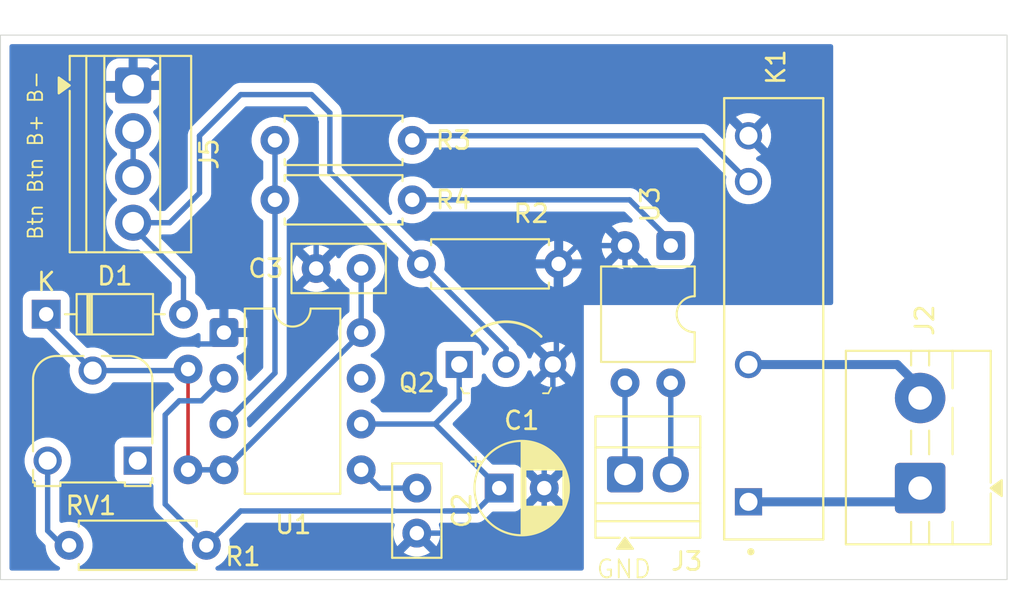
<source format=kicad_pcb>
(kicad_pcb (version 20241229) (generator "pcbnew") (generator_version "9.0")
  (title_block (title "Door bell") (date "2026-02-19") (rev "1.0") (company "Quinot Engineering"))
  (layers (0 "F.Cu" jumper) (2 "B.Cu" signal) (13 "F.Paste" user) (15 "B.Paste" user) (5 "F.SilkS" user "F.Silkscreen") (7 "B.SilkS" user "B.Silkscreen") (1 "F.Mask" user) (3 "B.Mask" user) (25 "Edge.Cuts" user))
  (net 0 "")
  (net 1 "Net-(Q2-E)")
  (net 2 "GND")
  (net 3 "Net-(U1-CV)")
  (net 4 "Net-(D1-K)")
  (net 5 "Net-(D1-A)")
  (net 6 "+9V")
  (net 7 "/~K")
  (net 8 "Net-(K1-Pad3)")
  (net 9 "Net-(R1-Pad1)")
  (net 10 "Net-(U1-Q)")
  (net 11 "Net-(R4-Pad2)")
  (net 14 "Net-(J3-Pin_1)")
  (net 15 "/BELL_L")
  (net 16 "/BELL_N")
  (footprint "TerminalBlock:TerminalBlock_Xinya_XY308-2.54-2P_1x02_P2.54mm_Horizontal" (layer "F.Cu") (at 130.429 95.758)
    (property "Reference" "J3" (at 3.429 4.826 0) (layer "F.SilkS"))
    (property "Value" "Zigbee smart button")
    (fp_line (start -1.64 -3.22) (end -1.64 3.52) (stroke (width 0.12)) (layer "F.SilkS"))
    (fp_line (start -1.64 -3.22) (end 4.18 -3.22) (stroke (width 0.12)) (layer "F.SilkS"))
    (fp_line (start -1.64 -1.5) (end 4.18 -1.5) (stroke (width 0.12)) (layer "F.SilkS"))
    (fp_line (start -1.64 1.6) (end 4.18 1.6) (stroke (width 0.12)) (layer "F.SilkS"))
    (fp_line (start -1.64 2.6) (end 4.18 2.6) (stroke (width 0.12)) (layer "F.SilkS"))
    (fp_line (start -1.64 3.52) (end -0.3 3.52) (stroke (width 0.12)) (layer "F.SilkS"))
    (fp_line (start 0.3 3.52) (end 4.18 3.52) (stroke (width 0.12)) (layer "F.SilkS"))
    (fp_line (start 4.18 -3.22) (end 4.18 3.52) (stroke (width 0.12)) (layer "F.SilkS"))
    (fp_poly (pts (xy 0 3.52) (xy 0.44 4.13) (xy -0.44 4.13)) (stroke (width 0.12)) (fill yes) (layer "F.SilkS"))
    (pad "1" thru_hole roundrect (at 0 0) (size 2 2) (drill 1.2) (layers "*.Cu" "*.Mask") (roundrect_rratio 0.125) (net 14 "Net-(J3-Pin_1)"))
    (pad "2" thru_hole circle (at 2.54 0) (size 2 2) (drill 1.2) (layers "*.Cu" "*.Mask") (net 7 "/~K"))
  )
  (footprint "Resistor_THT:R_Axial_DIN0207_L6.3mm_D2.5mm_P7.62mm_Horizontal" (layer "F.Cu") (at 110.998 80.518)
    (property "Reference" "R4" (at 9.906 0 0) (layer "F.SilkS"))
    (property "Value" "330")
    (fp_line (start 0.54 -1.37) (end 7.08 -1.37) (stroke (width 0.12)) (layer "F.SilkS"))
    (fp_line (start 0.54 -1.04) (end 0.54 -1.37) (stroke (width 0.12)) (layer "F.SilkS"))
    (fp_line (start 0.54 1.04) (end 0.54 1.37) (stroke (width 0.12)) (layer "F.SilkS"))
    (fp_line (start 0.54 1.37) (end 7.08 1.37) (stroke (width 0.12)) (layer "F.SilkS"))
    (fp_line (start 7.08 -1.37) (end 7.08 -1.04) (stroke (width 0.12)) (layer "F.SilkS"))
    (fp_line (start 7.08 1.37) (end 7.08 1.04) (stroke (width 0.12)) (layer "F.SilkS"))
    (pad "1" thru_hole circle (at 0 0) (size 1.6 1.6) (drill 0.8) (layers "*.Cu" "*.Mask") (net 10 "Net-(U1-Q)"))
    (pad "2" thru_hole oval (at 7.62 0) (size 1.6 1.6) (drill 0.8) (layers "*.Cu" "*.Mask") (net 11 "Net-(R4-Pad2)"))
  )
  (footprint "digikey-footprints:TO-92-3_Formed_Leads" (layer "F.Cu") (at 121.225 89.656)
    (property "Reference" "Q2" (at -2.353 1.022 0) (layer "F.SilkS"))
    (property "Value" "PN2907A-AP")
    (fp_line (start 0.25 1.6) (end 0.1 1.3) (stroke (width 0.1)) (layer "F.SilkS"))
    (fp_line (start 0.55 1.6) (end 0.25 1.6) (stroke (width 0.1)) (layer "F.SilkS"))
    (fp_line (start 4.95 1.6) (end 4.65 1.6) (stroke (width 0.1)) (layer "F.SilkS"))
    (fp_line (start 4.95 1.6) (end 5.1 1.3) (stroke (width 0.1)) (layer "F.SilkS"))
    (fp_arc (start 0.7 -1.6) (mid 2.635355 -2.372361) (end 4.55 -1.55) (stroke (width 0.15)) (layer "F.SilkS"))
    (pad "1" thru_hole rect (at 0 0 180) (size 1.5 1.5) (drill 0.9) (layers "*.Cu" "*.Mask") (net 1 "Net-(Q2-E)"))
    (pad "2" thru_hole circle (at 2.6 0 180) (size 1.5 1.5) (drill 0.9) (layers "*.Cu" "*.Mask") (net 5 "Net-(D1-A)"))
    (pad "3" thru_hole circle (at 5.2 0 180) (size 1.5 1.5) (drill 0.9) (layers "*.Cu" "*.Mask") (net 2 "GND"))
  )
  (footprint "Capacitor_THT:C_Disc_D5.0mm_W2.5mm_P2.50mm" (layer "F.Cu") (at 118.872 96.52 -90)
    (property "Reference" "C2" (at 1.25 -2.5 90) (layer "F.SilkS"))
    (property "Value" "10n")
    (fp_line (start -1.37 1.37) (end 3.87 1.37) (stroke (width 0.12)) (layer "F.SilkS"))
    (fp_line (start -1.37 -1.37) (end -1.37 1.37) (stroke (width 0.12)) (layer "F.SilkS"))
    (fp_line (start -1.37 -1.37) (end 3.87 -1.37) (stroke (width 0.12)) (layer "F.SilkS"))
    (fp_line (start 3.87 -1.37) (end 3.87 1.37) (stroke (width 0.12)) (layer "F.SilkS"))
    (pad "1" thru_hole circle (at 0 0 270) (size 1.6 1.6) (drill 0.8) (layers "*.Cu" "*.Mask") (net 3 "Net-(U1-CV)"))
    (pad "2" thru_hole circle (at 2.5 0 270) (size 1.6 1.6) (drill 0.8) (layers "*.Cu" "*.Mask") (net 2 "GND"))
  )
  (footprint "Resistor_THT:R_Axial_DIN0207_L6.3mm_D2.5mm_P7.62mm_Horizontal" (layer "F.Cu") (at 99.568 99.695)
    (property "Reference" "R1" (at 9.652 0.635 0) (layer "F.SilkS"))
    (property "Value" "5k")
    (fp_line (start 0.54 -1.37) (end 7.08 -1.37) (stroke (width 0.12)) (layer "F.SilkS"))
    (fp_line (start 0.54 -1.04) (end 0.54 -1.37) (stroke (width 0.12)) (layer "F.SilkS"))
    (fp_line (start 0.54 1.04) (end 0.54 1.37) (stroke (width 0.12)) (layer "F.SilkS"))
    (fp_line (start 0.54 1.37) (end 7.08 1.37) (stroke (width 0.12)) (layer "F.SilkS"))
    (fp_line (start 7.08 -1.37) (end 7.08 -1.04) (stroke (width 0.12)) (layer "F.SilkS"))
    (fp_line (start 7.08 1.37) (end 7.08 1.04) (stroke (width 0.12)) (layer "F.SilkS"))
    (pad "1" thru_hole circle (at 0 0) (size 1.6 1.6) (drill 0.8) (layers "*.Cu" "*.Mask") (net 9 "Net-(R1-Pad1)"))
    (pad "2" thru_hole oval (at 7.62 0) (size 1.6 1.6) (drill 0.8) (layers "*.Cu" "*.Mask") (net 1 "Net-(Q2-E)"))
  )
  (footprint "Diode_THT:D_DO-35_SOD27_P7.62mm_Horizontal" (layer "F.Cu") (at 98.298 86.868)
    (property "Reference" "D1" (at 3.81 -2.12 0) (layer "F.SilkS"))
    (property "Value" "1N4148")
    (fp_line (start 1.04 0) (end 1.69 0) (stroke (width 0.12)) (layer "F.SilkS"))
    (fp_line (start 1.69 -1.12) (end 1.69 1.12) (stroke (width 0.12)) (layer "F.SilkS"))
    (fp_line (start 1.69 1.12) (end 5.93 1.12) (stroke (width 0.12)) (layer "F.SilkS"))
    (fp_line (start 2.29 -1.12) (end 2.29 1.12) (stroke (width 0.12)) (layer "F.SilkS"))
    (fp_line (start 2.41 -1.12) (end 2.41 1.12) (stroke (width 0.12)) (layer "F.SilkS"))
    (fp_line (start 2.53 -1.12) (end 2.53 1.12) (stroke (width 0.12)) (layer "F.SilkS"))
    (fp_line (start 5.93 -1.12) (end 1.69 -1.12) (stroke (width 0.12)) (layer "F.SilkS"))
    (fp_line (start 5.93 1.12) (end 5.93 -1.12) (stroke (width 0.12)) (layer "F.SilkS"))
    (fp_line (start 6.58 0) (end 5.93 0) (stroke (width 0.12)) (layer "F.SilkS"))
    (fp_text user "K" (at 0 -1.8 0) (layer "F.SilkS"))
    (pad "1" thru_hole rect (at 0 0) (size 1.6 1.6) (drill 0.8) (layers "*.Cu" "*.Mask") (net 4 "Net-(D1-K)"))
    (pad "2" thru_hole oval (at 7.62 0) (size 1.6 1.6) (drill 0.8) (layers "*.Cu" "*.Mask") (net 5 "Net-(D1-A)"))
  )
  (footprint "Capacitor_THT:C_Disc_D5.0mm_W2.5mm_P2.50mm" (layer "F.Cu") (at 113.284 84.328)
    (property "Reference" "C3" (at -2.794 0 0) (layer "F.SilkS"))
    (property "Value" "100n")
    (fp_line (start -1.37 -1.37) (end -1.37 1.37) (stroke (width 0.12)) (layer "F.SilkS"))
    (fp_line (start -1.37 -1.37) (end 3.87 -1.37) (stroke (width 0.12)) (layer "F.SilkS"))
    (fp_line (start -1.37 1.37) (end 3.87 1.37) (stroke (width 0.12)) (layer "F.SilkS"))
    (fp_line (start 3.87 -1.37) (end 3.87 1.37) (stroke (width 0.12)) (layer "F.SilkS"))
    (pad "1" thru_hole circle (at 0 0) (size 1.6 1.6) (drill 0.8) (layers "*.Cu" "*.Mask") (net 2 "GND"))
    (pad "2" thru_hole circle (at 2.5 0) (size 1.6 1.6) (drill 0.8) (layers "*.Cu" "*.Mask") (net 4 "Net-(D1-K)"))
  )
  (footprint "Package_DIP:DIP-8_W7.62mm" (layer "F.Cu") (at 108.164 87.884)
    (property "Reference" "U1" (at 3.85 10.668 0) (layer "F.SilkS"))
    (property "Value" "ICM7555xP")
    (fp_line (start 1.16 -1.33) (end 1.16 8.95) (stroke (width 0.12)) (layer "F.SilkS"))
    (fp_line (start 1.16 8.95) (end 6.46 8.95) (stroke (width 0.12)) (layer "F.SilkS"))
    (fp_line (start 2.81 -1.33) (end 1.16 -1.33) (stroke (width 0.12)) (layer "F.SilkS"))
    (fp_line (start 6.46 -1.33) (end 4.81 -1.33) (stroke (width 0.12)) (layer "F.SilkS"))
    (fp_line (start 6.46 8.95) (end 6.46 -1.33) (stroke (width 0.12)) (layer "F.SilkS"))
    (fp_arc (start 4.81 -1.33) (mid 3.81 -0.33) (end 2.81 -1.33) (stroke (width 0.12)) (layer "F.SilkS"))
    (pad "1" thru_hole roundrect (at 0 0) (size 1.6 1.6) (drill 0.8) (layers "*.Cu" "*.Mask") (roundrect_rratio 0.15625) (net 2 "GND"))
    (pad "2" thru_hole circle (at 0 2.54) (size 1.6 1.6) (drill 0.8) (layers "*.Cu" "*.Mask") (net 1 "Net-(Q2-E)"))
    (pad "3" thru_hole circle (at 0 5.08) (size 1.6 1.6) (drill 0.8) (layers "*.Cu" "*.Mask") (net 10 "Net-(U1-Q)"))
    (pad "4" thru_hole circle (at 0 7.62) (size 1.6 1.6) (drill 0.8) (layers "*.Cu" "*.Mask") (net 4 "Net-(D1-K)"))
    (pad "5" thru_hole circle (at 7.62 7.62) (size 1.6 1.6) (drill 0.8) (layers "*.Cu" "*.Mask") (net 3 "Net-(U1-CV)"))
    (pad "6" thru_hole circle (at 7.62 5.08) (size 1.6 1.6) (drill 0.8) (layers "*.Cu" "*.Mask") (net 1 "Net-(Q2-E)"))
    (pad "7" thru_hole circle (at 7.62 2.54) (size 1.6 1.6) (drill 0.8) (layers "*.Cu" "*.Mask"))
    (pad "8" thru_hole circle (at 7.62 0) (size 1.6 1.6) (drill 0.8) (layers "*.Cu" "*.Mask") (net 4 "Net-(D1-K)"))
  )
  (footprint "TerminalBlock:TerminalBlock_Xinya_XY308-2.54-4P_1x04_P2.54mm_Horizontal" (layer "F.Cu") (at 103.124 74.168 -90)
    (property "Reference" "J5" (at 3.81 -4.22 90) (layer "F.SilkS"))
    (property "Value" "Screw_Terminal_01x04")
    (fp_line (start -1.64 3.52) (end -0.3 3.52) (stroke (width 0.12)) (layer "F.SilkS"))
    (fp_line (start 0.3 3.52) (end 9.26 3.52) (stroke (width 0.12)) (layer "F.SilkS"))
    (fp_line (start -1.64 2.6) (end 9.26 2.6) (stroke (width 0.12)) (layer "F.SilkS"))
    (fp_line (start -1.64 1.6) (end 9.26 1.6) (stroke (width 0.12)) (layer "F.SilkS"))
    (fp_line (start -1.64 -1.5) (end 9.26 -1.5) (stroke (width 0.12)) (layer "F.SilkS"))
    (fp_line (start -1.64 -3.22) (end -1.64 3.52) (stroke (width 0.12)) (layer "F.SilkS"))
    (fp_line (start -1.64 -3.22) (end 9.26 -3.22) (stroke (width 0.12)) (layer "F.SilkS"))
    (fp_line (start 9.26 -3.22) (end 9.26 3.52) (stroke (width 0.12)) (layer "F.SilkS"))
    (fp_poly (pts (xy 0 3.52) (xy 0.44 4.13) (xy -0.44 4.13)) (stroke (width 0.12)) (fill yes) (layer "F.SilkS"))
    (pad "1" thru_hole roundrect (at 0 0 270) (size 2 2) (drill 1.2) (layers "*.Cu" "*.Mask") (roundrect_rratio 0.125) (net 2 "GND"))
    (pad "2" thru_hole circle (at 2.54 0 270) (size 2 2) (drill 1.2) (layers "*.Cu" "*.Mask") (net 6 "+9V"))
    (pad "3" thru_hole circle (at 5.08 0 270) (size 2 2) (drill 1.2) (layers "*.Cu" "*.Mask") (net 6 "+9V"))
    (pad "4" thru_hole circle (at 7.62 0 270) (size 2 2) (drill 1.2) (layers "*.Cu" "*.Mask") (net 5 "Net-(D1-A)"))
  )
  (footprint "Potentiometer_THT:Potentiometer_Runtron_RM-065_Vertical" (layer "F.Cu") (at 103.378 94.996 180)
    (property "Reference" "RV1" (at 2.6 -2.5 0) (layer "F.SilkS"))
    (property "Value" "100k")
    (fp_line (start 5.81 0.52) (end 5.81 4.5) (stroke (width 0.12)) (layer "F.SilkS"))
    (fp_line (start 5.81 -1.21) (end 5.81 -0.52) (stroke (width 0.12)) (layer "F.SilkS"))
    (fp_line (start 5.71 -1.21) (end 5.81 -1.21) (stroke (width 0.12)) (layer "F.SilkS"))
    (fp_line (start 5.71 -1.41) (end 5.71 -1.21) (stroke (width 0.12)) (layer "F.SilkS"))
    (fp_line (start 4.5 5.81) (end 3.01 5.81) (stroke (width 0.12)) (layer "F.SilkS"))
    (fp_line (start 4.29 -1.21) (end 4.29 -1.41) (stroke (width 0.12)) (layer "F.SilkS"))
    (fp_line (start 4.29 -1.41) (end 5.71 -1.41) (stroke (width 0.12)) (layer "F.SilkS"))
    (fp_line (start 1.99 5.81) (end 0.5 5.81) (stroke (width 0.12)) (layer "F.SilkS"))
    (fp_line (start 0.71 -1.21) (end 4.29 -1.21) (stroke (width 0.12)) (layer "F.SilkS"))
    (fp_line (start 0.71 -1.21) (end 0.71 -1.41) (stroke (width 0.12)) (layer "F.SilkS"))
    (fp_line (start -0.71 -1.21) (end -0.81 -1.21) (stroke (width 0.12)) (layer "F.SilkS"))
    (fp_line (start -0.71 -1.41) (end 0.71 -1.41) (stroke (width 0.12)) (layer "F.SilkS"))
    (fp_line (start -0.71 -1.41) (end -0.71 -1.21) (stroke (width 0.12)) (layer "F.SilkS"))
    (fp_line (start -0.81 4.5) (end -0.81 0.96) (stroke (width 0.12)) (layer "F.SilkS"))
    (fp_line (start -0.81 -1.21) (end -0.81 -0.96) (stroke (width 0.12)) (layer "F.SilkS"))
    (fp_arc (start 5.81 4.5) (mid 5.42631 5.42631) (end 4.5 5.81) (stroke (width 0.12)) (layer "F.SilkS"))
    (fp_arc (start 0.5 5.81) (mid -0.42631 5.42631) (end -0.81 4.5) (stroke (width 0.12)) (layer "F.SilkS"))
    (pad "1" thru_hole rect (at 0 0 180) (size 1.56 1.56) (drill 1) (layers "*.Cu" "*.Mask"))
    (pad "2" thru_hole circle (at 2.5 5 180) (size 1.56 1.56) (drill 1) (layers "*.Cu" "*.Mask") (net 4 "Net-(D1-K)"))
    (pad "3" thru_hole circle (at 5 0 180) (size 1.56 1.56) (drill 1) (layers "*.Cu" "*.Mask") (net 9 "Net-(R1-Pad1)"))
  )
  (footprint "Resistor_THT:R_Axial_DIN0207_L6.3mm_D2.5mm_P7.62mm_Horizontal" (layer "F.Cu") (at 119.126 84.074)
    (property "Reference" "R2" (at 6.096 -2.794 0) (layer "F.SilkS"))
    (property "Value" "10k")
    (fp_line (start 0.54 -1.37) (end 7.08 -1.37) (stroke (width 0.12)) (layer "F.SilkS"))
    (fp_line (start 0.54 -1.04) (end 0.54 -1.37) (stroke (width 0.12)) (layer "F.SilkS"))
    (fp_line (start 0.54 1.04) (end 0.54 1.37) (stroke (width 0.12)) (layer "F.SilkS"))
    (fp_line (start 0.54 1.37) (end 7.08 1.37) (stroke (width 0.12)) (layer "F.SilkS"))
    (fp_line (start 7.08 -1.37) (end 7.08 -1.04) (stroke (width 0.12)) (layer "F.SilkS"))
    (fp_line (start 7.08 1.37) (end 7.08 1.04) (stroke (width 0.12)) (layer "F.SilkS"))
    (pad "1" thru_hole circle (at 0 0) (size 1.6 1.6) (drill 0.8) (layers "*.Cu" "*.Mask") (net 5 "Net-(D1-A)"))
    (pad "2" thru_hole oval (at 7.62 0) (size 1.6 1.6) (drill 0.8) (layers "*.Cu" "*.Mask") (net 2 "GND"))
  )
  (footprint "Package_DIP:DIP-4_W7.62mm" (layer "F.Cu") (at 132.969 83.058 -90)
    (property "Reference" "U3" (at -2.286 1.143 90) (layer "F.SilkS"))
    (property "Value" "LTV-817")
    (fp_line (start 1.16 3.87) (end 6.46 3.87) (stroke (width 0.12)) (layer "F.SilkS"))
    (fp_line (start 6.46 3.87) (end 6.46 -1.33) (stroke (width 0.12)) (layer "F.SilkS"))
    (fp_line (start 1.16 -1.33) (end 1.16 3.87) (stroke (width 0.12)) (layer "F.SilkS"))
    (fp_line (start 2.81 -1.33) (end 1.16 -1.33) (stroke (width 0.12)) (layer "F.SilkS"))
    (fp_line (start 6.46 -1.33) (end 4.81 -1.33) (stroke (width 0.12)) (layer "F.SilkS"))
    (fp_arc (start 4.81 -1.33) (mid 3.81 -0.33) (end 2.81 -1.33) (stroke (width 0.12)) (layer "F.SilkS"))
    (pad "1" thru_hole roundrect (at 0 0 270) (size 1.6 1.6) (drill 0.8) (layers "*.Cu" "*.Mask") (roundrect_rratio 0.15625) (net 11 "Net-(R4-Pad2)"))
    (pad "2" thru_hole circle (at 0 2.54 270) (size 1.6 1.6) (drill 0.8) (layers "*.Cu" "*.Mask") (net 2 "GND"))
    (pad "3" thru_hole circle (at 7.62 2.54 270) (size 1.6 1.6) (drill 0.8) (layers "*.Cu" "*.Mask") (net 14 "Net-(J3-Pin_1)"))
    (pad "4" thru_hole circle (at 7.62 0 270) (size 1.6 1.6) (drill 0.8) (layers "*.Cu" "*.Mask") (net 7 "/~K"))
  )
  (footprint "G3MB-202PL:RELAY_G3MB-202PL" (layer "F.Cu") (at 138.684 87.122 90)
    (property "Reference" "K1" (at 13.97 0.124 90) (layer "F.SilkS"))
    (property "Value" "G3MB-202PL")
    (fp_line (start 12.25 -2.75) (end -12.25 -2.75) (stroke (width 0.127)) (layer "F.SilkS"))
    (fp_line (start -12.25 -2.75) (end -12.25 2.75) (stroke (width 0.127)) (layer "F.SilkS"))
    (fp_line (start 12.25 2.75) (end 12.25 -2.75) (stroke (width 0.127)) (layer "F.SilkS"))
    (fp_line (start -12.25 2.75) (end 12.25 2.75) (stroke (width 0.127)) (layer "F.SilkS"))
    (fp_circle (center -12.93 -1.27) (end -12.83 -1.27) (stroke (width 0.2)) (fill no) (layer "F.SilkS"))
    (pad "1" thru_hole rect (at -10.16 -1.4 90) (size 1.508 1.508) (drill 1) (layers "*.Cu" "*.Mask") (net 15 "/BELL_L"))
    (pad "2" thru_hole circle (at -2.54 -1.4 90) (size 1.508 1.508) (drill 1) (layers "*.Cu" "*.Mask") (net 16 "/BELL_N"))
    (pad "3" thru_hole circle (at 7.62 -1.4 90) (size 1.508 1.508) (drill 1) (layers "*.Cu" "*.Mask") (net 8 "Net-(K1-Pad3)"))
    (pad "4" thru_hole circle (at 10.16 -1.4 90) (size 1.508 1.508) (drill 1) (layers "*.Cu" "*.Mask") (net 2 "GND"))
  )
  (footprint "Resistor_THT:R_Axial_DIN0207_L6.3mm_D2.5mm_P7.62mm_Horizontal" (layer "F.Cu") (at 110.998 77.216)
    (property "Reference" "R3" (at 9.906 0 0) (layer "F.SilkS"))
    (property "Value" "220")
    (fp_line (start 0.54 -1.37) (end 7.08 -1.37) (stroke (width 0.12)) (layer "F.SilkS"))
    (fp_line (start 0.54 -1.04) (end 0.54 -1.37) (stroke (width 0.12)) (layer "F.SilkS"))
    (fp_line (start 0.54 1.04) (end 0.54 1.37) (stroke (width 0.12)) (layer "F.SilkS"))
    (fp_line (start 0.54 1.37) (end 7.08 1.37) (stroke (width 0.12)) (layer "F.SilkS"))
    (fp_line (start 7.08 -1.37) (end 7.08 -1.04) (stroke (width 0.12)) (layer "F.SilkS"))
    (fp_line (start 7.08 1.37) (end 7.08 1.04) (stroke (width 0.12)) (layer "F.SilkS"))
    (pad "1" thru_hole circle (at 0 0) (size 1.6 1.6) (drill 0.8) (layers "*.Cu" "*.Mask") (net 10 "Net-(U1-Q)"))
    (pad "2" thru_hole oval (at 7.62 0) (size 1.6 1.6) (drill 0.8) (layers "*.Cu" "*.Mask") (net 8 "Net-(K1-Pad3)"))
  )
  (footprint "TerminalBlock:TerminalBlock_MaiXu_MX126-5.0-02P_1x02_P5.00mm" (layer "F.Cu") (at 146.812 96.52 90)
    (property "Reference" "J2" (at 9.318 0.254 90) (layer "F.SilkS"))
    (property "Value" "220V bell")
    (fp_line (start 7.62 -4.12) (end 7.62 3.92) (stroke (width 0.12)) (layer "F.SilkS"))
    (fp_line (start -3.12 -4.12) (end 7.62 -4.12) (stroke (width 0.12)) (layer "F.SilkS"))
    (fp_line (start -3.12 -4.12) (end -3.12 3.92) (stroke (width 0.12)) (layer "F.SilkS"))
    (fp_line (start 6.812 -0.5) (end 7.62 -0.5) (stroke (width 0.12)) (layer "F.SilkS"))
    (fp_line (start 1.88 -0.5) (end 3.188 -0.5) (stroke (width 0.12)) (layer "F.SilkS"))
    (fp_line (start -3.12 -0.5) (end -1.88 -0.5) (stroke (width 0.12)) (layer "F.SilkS"))
    (fp_line (start 6.812 0.5) (end 7.62 0.5) (stroke (width 0.12)) (layer "F.SilkS"))
    (fp_line (start 1.88 0.5) (end 3.188 0.5) (stroke (width 0.12)) (layer "F.SilkS"))
    (fp_line (start -3.12 0.5) (end -1.88 0.5) (stroke (width 0.12)) (layer "F.SilkS"))
    (fp_line (start 5.543 1.8) (end 7.62 1.8) (stroke (width 0.12)) (layer "F.SilkS"))
    (fp_line (start 1.88 1.8) (end 4.457 1.8) (stroke (width 0.12)) (layer "F.SilkS"))
    (fp_line (start -3.12 1.8) (end -1.88 1.8) (stroke (width 0.12)) (layer "F.SilkS"))
    (fp_line (start 0.3 3.92) (end 7.62 3.92) (stroke (width 0.12)) (layer "F.SilkS"))
    (fp_line (start -3.12 3.92) (end -0.3 3.92) (stroke (width 0.12)) (layer "F.SilkS"))
    (fp_poly (pts (xy 0 3.92) (xy 0.44 4.53) (xy -0.44 4.53)) (stroke (width 0.12)) (fill yes) (layer "F.SilkS"))
    (pad "1" thru_hole roundrect (at 0 0 90) (size 2.8 2.8) (drill 1.3) (layers "*.Cu" "*.Mask") (roundrect_rratio 0.089286) (net 15 "/BELL_L"))
    (pad "2" thru_hole circle (at 5 0 90) (size 2.8 2.8) (drill 1.3) (layers "*.Cu" "*.Mask") (net 16 "/BELL_N"))
  )
  (footprint "Capacitor_THT:CP_Radial_D5.0mm_P2.50mm" (layer "F.Cu") (at 123.444 96.52)
    (property "Reference" "C1" (at 1.25 -3.75 0) (layer "F.SilkS"))
    (property "Value" "22u")
    (fp_line (start -1.554775 -1.475) (end -1.054775 -1.475) (stroke (width 0.12)) (layer "F.SilkS"))
    (fp_line (start -1.304775 -1.725) (end -1.304775 -1.225) (stroke (width 0.12)) (layer "F.SilkS"))
    (fp_line (start 1.25 -2.58) (end 1.25 2.58) (stroke (width 0.12)) (layer "F.SilkS"))
    (fp_line (start 1.29 -2.58) (end 1.29 2.58) (stroke (width 0.12)) (layer "F.SilkS"))
    (fp_line (start 1.33 -2.579) (end 1.33 2.579) (stroke (width 0.12)) (layer "F.SilkS"))
    (fp_line (start 1.37 -2.577) (end 1.37 2.577) (stroke (width 0.12)) (layer "F.SilkS"))
    (fp_line (start 1.41 -2.575) (end 1.41 2.575) (stroke (width 0.12)) (layer "F.SilkS"))
    (fp_line (start 1.45 -2.572) (end 1.45 2.572) (stroke (width 0.12)) (layer "F.SilkS"))
    (fp_line (start 1.49 -2.569) (end 1.49 -1.04) (stroke (width 0.12)) (layer "F.SilkS"))
    (fp_line (start 1.49 1.04) (end 1.49 2.569) (stroke (width 0.12)) (layer "F.SilkS"))
    (fp_line (start 1.53 -2.565) (end 1.53 -1.04) (stroke (width 0.12)) (layer "F.SilkS"))
    (fp_line (start 1.53 1.04) (end 1.53 2.565) (stroke (width 0.12)) (layer "F.SilkS"))
    (fp_line (start 1.57 -2.56) (end 1.57 -1.04) (stroke (width 0.12)) (layer "F.SilkS"))
    (fp_line (start 1.57 1.04) (end 1.57 2.56) (stroke (width 0.12)) (layer "F.SilkS"))
    (fp_line (start 1.61 -2.555) (end 1.61 -1.04) (stroke (width 0.12)) (layer "F.SilkS"))
    (fp_line (start 1.61 1.04) (end 1.61 2.555) (stroke (width 0.12)) (layer "F.SilkS"))
    (fp_line (start 1.65 -2.549) (end 1.65 -1.04) (stroke (width 0.12)) (layer "F.SilkS"))
    (fp_line (start 1.65 1.04) (end 1.65 2.549) (stroke (width 0.12)) (layer "F.SilkS"))
    (fp_line (start 1.69 -2.543) (end 1.69 -1.04) (stroke (width 0.12)) (layer "F.SilkS"))
    (fp_line (start 1.69 1.04) (end 1.69 2.543) (stroke (width 0.12)) (layer "F.SilkS"))
    (fp_line (start 1.73 -2.536) (end 1.73 -1.04) (stroke (width 0.12)) (layer "F.SilkS"))
    (fp_line (start 1.73 1.04) (end 1.73 2.536) (stroke (width 0.12)) (layer "F.SilkS"))
    (fp_line (start 1.77 -2.528) (end 1.77 -1.04) (stroke (width 0.12)) (layer "F.SilkS"))
    (fp_line (start 1.77 1.04) (end 1.77 2.528) (stroke (width 0.12)) (layer "F.SilkS"))
    (fp_line (start 1.81 -2.519) (end 1.81 -1.04) (stroke (width 0.12)) (layer "F.SilkS"))
    (fp_line (start 1.81 1.04) (end 1.81 2.519) (stroke (width 0.12)) (layer "F.SilkS"))
    (fp_line (start 1.85 -2.51) (end 1.85 -1.04) (stroke (width 0.12)) (layer "F.SilkS"))
    (fp_line (start 1.85 1.04) (end 1.85 2.51) (stroke (width 0.12)) (layer "F.SilkS"))
    (fp_line (start 1.89 -2.501) (end 1.89 -1.04) (stroke (width 0.12)) (layer "F.SilkS"))
    (fp_line (start 1.89 1.04) (end 1.89 2.501) (stroke (width 0.12)) (layer "F.SilkS"))
    (fp_line (start 1.93 -2.49) (end 1.93 -1.04) (stroke (width 0.12)) (layer "F.SilkS"))
    (fp_line (start 1.93 1.04) (end 1.93 2.49) (stroke (width 0.12)) (layer "F.SilkS"))
    (fp_line (start 1.97 -2.479) (end 1.97 -1.04) (stroke (width 0.12)) (layer "F.SilkS"))
    (fp_line (start 1.97 1.04) (end 1.97 2.479) (stroke (width 0.12)) (layer "F.SilkS"))
    (fp_line (start 2.01 -2.467) (end 2.01 -1.04) (stroke (width 0.12)) (layer "F.SilkS"))
    (fp_line (start 2.01 1.04) (end 2.01 2.467) (stroke (width 0.12)) (layer "F.SilkS"))
    (fp_line (start 2.05 -2.455) (end 2.05 -1.04) (stroke (width 0.12)) (layer "F.SilkS"))
    (fp_line (start 2.05 1.04) (end 2.05 2.455) (stroke (width 0.12)) (layer "F.SilkS"))
    (fp_line (start 2.09 -2.442) (end 2.09 -1.04) (stroke (width 0.12)) (layer "F.SilkS"))
    (fp_line (start 2.09 1.04) (end 2.09 2.442) (stroke (width 0.12)) (layer "F.SilkS"))
    (fp_line (start 2.13 -2.428) (end 2.13 -1.04) (stroke (width 0.12)) (layer "F.SilkS"))
    (fp_line (start 2.13 1.04) (end 2.13 2.428) (stroke (width 0.12)) (layer "F.SilkS"))
    (fp_line (start 2.17 -2.413) (end 2.17 -1.04) (stroke (width 0.12)) (layer "F.SilkS"))
    (fp_line (start 2.17 1.04) (end 2.17 2.413) (stroke (width 0.12)) (layer "F.SilkS"))
    (fp_line (start 2.21 -2.398) (end 2.21 -1.04) (stroke (width 0.12)) (layer "F.SilkS"))
    (fp_line (start 2.21 1.04) (end 2.21 2.398) (stroke (width 0.12)) (layer "F.SilkS"))
    (fp_line (start 2.25 -2.382) (end 2.25 -1.04) (stroke (width 0.12)) (layer "F.SilkS"))
    (fp_line (start 2.25 1.04) (end 2.25 2.382) (stroke (width 0.12)) (layer "F.SilkS"))
    (fp_line (start 2.29 -2.365) (end 2.29 -1.04) (stroke (width 0.12)) (layer "F.SilkS"))
    (fp_line (start 2.29 1.04) (end 2.29 2.365) (stroke (width 0.12)) (layer "F.SilkS"))
    (fp_line (start 2.33 -2.347) (end 2.33 -1.04) (stroke (width 0.12)) (layer "F.SilkS"))
    (fp_line (start 2.33 1.04) (end 2.33 2.347) (stroke (width 0.12)) (layer "F.SilkS"))
    (fp_line (start 2.37 -2.329) (end 2.37 -1.04) (stroke (width 0.12)) (layer "F.SilkS"))
    (fp_line (start 2.37 1.04) (end 2.37 2.329) (stroke (width 0.12)) (layer "F.SilkS"))
    (fp_line (start 2.41 -2.309) (end 2.41 -1.04) (stroke (width 0.12)) (layer "F.SilkS"))
    (fp_line (start 2.41 1.04) (end 2.41 2.309) (stroke (width 0.12)) (layer "F.SilkS"))
    (fp_line (start 2.45 -2.289) (end 2.45 -1.04) (stroke (width 0.12)) (layer "F.SilkS"))
    (fp_line (start 2.45 1.04) (end 2.45 2.289) (stroke (width 0.12)) (layer "F.SilkS"))
    (fp_line (start 2.49 -2.268) (end 2.49 -1.04) (stroke (width 0.12)) (layer "F.SilkS"))
    (fp_line (start 2.49 1.04) (end 2.49 2.268) (stroke (width 0.12)) (layer "F.SilkS"))
    (fp_line (start 2.53 -2.246) (end 2.53 -1.04) (stroke (width 0.12)) (layer "F.SilkS"))
    (fp_line (start 2.53 1.04) (end 2.53 2.246) (stroke (width 0.12)) (layer "F.SilkS"))
    (fp_line (start 2.57 -2.223) (end 2.57 -1.04) (stroke (width 0.12)) (layer "F.SilkS"))
    (fp_line (start 2.57 1.04) (end 2.57 2.223) (stroke (width 0.12)) (layer "F.SilkS"))
    (fp_line (start 2.61 -2.199) (end 2.61 -1.04) (stroke (width 0.12)) (layer "F.SilkS"))
    (fp_line (start 2.61 1.04) (end 2.61 2.199) (stroke (width 0.12)) (layer "F.SilkS"))
    (fp_line (start 2.65 -2.175) (end 2.65 -1.04) (stroke (width 0.12)) (layer "F.SilkS"))
    (fp_line (start 2.65 1.04) (end 2.65 2.175) (stroke (width 0.12)) (layer "F.SilkS"))
    (fp_line (start 2.69 -2.149) (end 2.69 -1.04) (stroke (width 0.12)) (layer "F.SilkS"))
    (fp_line (start 2.69 1.04) (end 2.69 2.149) (stroke (width 0.12)) (layer "F.SilkS"))
    (fp_line (start 2.73 -2.122) (end 2.73 -1.04) (stroke (width 0.12)) (layer "F.SilkS"))
    (fp_line (start 2.73 1.04) (end 2.73 2.122) (stroke (width 0.12)) (layer "F.SilkS"))
    (fp_line (start 2.77 -2.094) (end 2.77 -1.04) (stroke (width 0.12)) (layer "F.SilkS"))
    (fp_line (start 2.77 1.04) (end 2.77 2.094) (stroke (width 0.12)) (layer "F.SilkS"))
    (fp_line (start 2.81 -2.065) (end 2.81 -1.04) (stroke (width 0.12)) (layer "F.SilkS"))
    (fp_line (start 2.81 1.04) (end 2.81 2.065) (stroke (width 0.12)) (layer "F.SilkS"))
    (fp_line (start 2.85 -2.035) (end 2.85 -1.04) (stroke (width 0.12)) (layer "F.SilkS"))
    (fp_line (start 2.85 1.04) (end 2.85 2.035) (stroke (width 0.12)) (layer "F.SilkS"))
    (fp_line (start 2.89 -2.003) (end 2.89 -1.04) (stroke (width 0.12)) (layer "F.SilkS"))
    (fp_line (start 2.89 1.04) (end 2.89 2.003) (stroke (width 0.12)) (layer "F.SilkS"))
    (fp_line (start 2.93 -1.97) (end 2.93 -1.04) (stroke (width 0.12)) (layer "F.SilkS"))
    (fp_line (start 2.93 1.04) (end 2.93 1.97) (stroke (width 0.12)) (layer "F.SilkS"))
    (fp_line (start 2.97 -1.936) (end 2.97 -1.04) (stroke (width 0.12)) (layer "F.SilkS"))
    (fp_line (start 2.97 1.04) (end 2.97 1.936) (stroke (width 0.12)) (layer "F.SilkS"))
    (fp_line (start 3.01 -1.901) (end 3.01 -1.04) (stroke (width 0.12)) (layer "F.SilkS"))
    (fp_line (start 3.01 1.04) (end 3.01 1.901) (stroke (width 0.12)) (layer "F.SilkS"))
    (fp_line (start 3.05 -1.864) (end 3.05 -1.04) (stroke (width 0.12)) (layer "F.SilkS"))
    (fp_line (start 3.05 1.04) (end 3.05 1.864) (stroke (width 0.12)) (layer "F.SilkS"))
    (fp_line (start 3.09 -1.825) (end 3.09 -1.04) (stroke (width 0.12)) (layer "F.SilkS"))
    (fp_line (start 3.09 1.04) (end 3.09 1.825) (stroke (width 0.12)) (layer "F.SilkS"))
    (fp_line (start 3.13 -1.785) (end 3.13 -1.04) (stroke (width 0.12)) (layer "F.SilkS"))
    (fp_line (start 3.13 1.04) (end 3.13 1.785) (stroke (width 0.12)) (layer "F.SilkS"))
    (fp_line (start 3.17 -1.743) (end 3.17 -1.04) (stroke (width 0.12)) (layer "F.SilkS"))
    (fp_line (start 3.17 1.04) (end 3.17 1.743) (stroke (width 0.12)) (layer "F.SilkS"))
    (fp_line (start 3.21 -1.699) (end 3.21 -1.04) (stroke (width 0.12)) (layer "F.SilkS"))
    (fp_line (start 3.21 1.04) (end 3.21 1.699) (stroke (width 0.12)) (layer "F.SilkS"))
    (fp_line (start 3.25 -1.652) (end 3.25 -1.04) (stroke (width 0.12)) (layer "F.SilkS"))
    (fp_line (start 3.25 1.04) (end 3.25 1.652) (stroke (width 0.12)) (layer "F.SilkS"))
    (fp_line (start 3.29 -1.604) (end 3.29 -1.04) (stroke (width 0.12)) (layer "F.SilkS"))
    (fp_line (start 3.29 1.04) (end 3.29 1.604) (stroke (width 0.12)) (layer "F.SilkS"))
    (fp_line (start 3.33 -1.553) (end 3.33 -1.04) (stroke (width 0.12)) (layer "F.SilkS"))
    (fp_line (start 3.33 1.04) (end 3.33 1.553) (stroke (width 0.12)) (layer "F.SilkS"))
    (fp_line (start 3.37 -1.499) (end 3.37 -1.04) (stroke (width 0.12)) (layer "F.SilkS"))
    (fp_line (start 3.37 1.04) (end 3.37 1.499) (stroke (width 0.12)) (layer "F.SilkS"))
    (fp_line (start 3.41 -1.443) (end 3.41 -1.04) (stroke (width 0.12)) (layer "F.SilkS"))
    (fp_line (start 3.41 1.04) (end 3.41 1.443) (stroke (width 0.12)) (layer "F.SilkS"))
    (fp_line (start 3.45 -1.383) (end 3.45 -1.04) (stroke (width 0.12)) (layer "F.SilkS"))
    (fp_line (start 3.45 1.04) (end 3.45 1.383) (stroke (width 0.12)) (layer "F.SilkS"))
    (fp_line (start 3.49 -1.319) (end 3.49 -1.04) (stroke (width 0.12)) (layer "F.SilkS"))
    (fp_line (start 3.49 1.04) (end 3.49 1.319) (stroke (width 0.12)) (layer "F.SilkS"))
    (fp_line (start 3.53 -1.251) (end 3.53 -1.04) (stroke (width 0.12)) (layer "F.SilkS"))
    (fp_line (start 3.53 1.04) (end 3.53 1.251) (stroke (width 0.12)) (layer "F.SilkS"))
    (fp_line (start 3.57 -1.177) (end 3.57 1.177) (stroke (width 0.12)) (layer "F.SilkS"))
    (fp_line (start 3.61 -1.098) (end 3.61 1.098) (stroke (width 0.12)) (layer "F.SilkS"))
    (fp_line (start 3.65 -1.011) (end 3.65 1.011) (stroke (width 0.12)) (layer "F.SilkS"))
    (fp_line (start 3.69 -0.914) (end 3.69 0.914) (stroke (width 0.12)) (layer "F.SilkS"))
    (fp_line (start 3.73 -0.805) (end 3.73 0.805) (stroke (width 0.12)) (layer "F.SilkS"))
    (fp_line (start 3.77 -0.677) (end 3.77 0.677) (stroke (width 0.12)) (layer "F.SilkS"))
    (fp_line (start 3.81 -0.517) (end 3.81 0.517) (stroke (width 0.12)) (layer "F.SilkS"))
    (fp_line (start 3.85 -0.283) (end 3.85 0.283) (stroke (width 0.12)) (layer "F.SilkS"))
    (fp_circle (center 1.25 0) (end 3.87 0) (stroke (width 0.12)) (fill no) (layer "F.SilkS"))
    (pad "1" thru_hole rect (at 0 0) (size 1.6 1.6) (drill 0.8) (layers "*.Cu" "*.Mask") (net 1 "Net-(Q2-E)"))
    (pad "2" thru_hole circle (at 2.5 0) (size 1.6 1.6) (drill 0.8) (layers "*.Cu" "*.Mask") (net 2 "GND"))
  )
  (gr_rect (start 95.758 71.374) (end 151.638 101.6) (stroke (width 0.05)) (fill no) (layer "Edge.Cuts"))
  (gr_text "GND" (at 128.778 101.6 0) (layer "F.SilkS") (effects (font (size 1 1) (thickness 0.1)) (justify left bottom)))
  (gr_text "Btn Btn B+ B-" (at 98.171 82.804 90) (layer "F.SilkS") (effects (font (size 0.8 0.8) (thickness 0.1)) (justify left bottom)))
  (segment (start 107.188 99.695) (end 109.093 97.79) (width 0.3) (layer "B.Cu") (net 1))
  (segment (start 120.396 97.79) (end 122.174 97.79) (width 0.3) (layer "B.Cu") (net 1))
  (segment (start 117.602 97.79) (end 120.396 97.79) (width 0.25) (layer "B.Cu") (net 1))
  (segment (start 121.225 91.627) (end 121.225 89.656) (width 0.3) (layer "B.Cu") (net 1))
  (segment (start 104.902 92.456) (end 104.902 97.409) (width 0.3) (layer "B.Cu") (net 1))
  (segment (start 108.164 90.424) (end 106.914 91.674) (width 0.3) (layer "B.Cu") (net 1))
  (segment (start 104.902 97.409) (end 107.188 99.695) (width 0.3) (layer "B.Cu") (net 1))
  (segment (start 115.784 92.964) (end 119.888 92.964) (width 0.3) (layer "B.Cu") (net 1))
  (segment (start 105.684 91.674) (end 104.902 92.456) (width 0.3) (layer "B.Cu") (net 1))
  (segment (start 122.174 97.79) (end 123.444 96.52) (width 0.3) (layer "B.Cu") (net 1))
  (segment (start 122.936 97.028) (end 122.936 96.012) (width 0.3) (layer "B.Cu") (net 1))
  (segment (start 119.888 92.964) (end 123.444 96.52) (width 0.3) (layer "B.Cu") (net 1))
  (segment (start 109.093 97.79) (end 117.602 97.79) (width 0.3) (layer "B.Cu") (net 1))
  (segment (start 119.888 92.964) (end 121.225 91.627) (width 0.3) (layer "B.Cu") (net 1))
  (segment (start 106.914 91.674) (end 105.684 91.674) (width 0.3) (layer "B.Cu") (net 1))
  (segment (start 126.425 89.656) (end 126.425 94.555) (width 0.3) (layer "B.Cu") (net 2))
  (segment (start 131.064 84.836) (end 130.429 84.201) (width 0.3) (layer "B.Cu") (net 2))
  (segment (start 125.008 99.02) (end 125.944 98.084) (width 0.3) (layer "B.Cu") (net 2))
  (segment (start 103.124 74.168) (end 102.87 74.422) (width 0.3) (layer "B.Cu") (net 2))
  (segment (start 130.429 84.201) (end 130.429 83.058) (width 0.3) (layer "B.Cu") (net 2))
  (segment (start 126.619 84.201) (end 126.746 84.074) (width 0.3) (layer "B.Cu") (net 2))
  (segment (start 126.425 89.656) (end 126.619 89.462) (width 0.3) (layer "B.Cu") (net 2))
  (segment (start 139.192 78.87) (end 139.192 82.296) (width 0.3) (layer "B.Cu") (net 2))
  (segment (start 126.425 94.555) (end 125.944 95.036) (width 0.3) (layer "B.Cu") (net 2))
  (segment (start 100.711 85.09) (end 104.14 88.519) (width 0.3) (layer "B.Cu") (net 2))
  (segment (start 108.164 77.002) (end 108.164 87.884) (width 0.3) (layer "B.Cu") (net 2))
  (segment (start 136.652 84.836) (end 131.064 84.836) (width 0.3) (layer "B.Cu") (net 2))
  (segment (start 101.346 74.422) (end 100.711 75.057) (width 0.3) (layer "B.Cu") (net 2))
  (segment (start 137.284 76.962) (end 139.192 78.87) (width 0.3) (layer "B.Cu") (net 2))
  (segment (start 103.378 74.168) (end 104.394 73.152) (width 0.3) (layer "B.Cu") (net 2))
  (segment (start 127.762 83.058) (end 130.429 83.058) (width 0.3) (layer "B.Cu") (net 2))
  (segment (start 126.746 84.074) (end 127.762 83.058) (width 0.3) (layer "B.Cu") (net 2))
  (segment (start 112.614 75.53) (end 109.636 75.53) (width 0.3) (layer "B.Cu") (net 2))
  (segment (start 125.944 98.084) (end 125.944 96.52) (width 0.3) (layer "B.Cu") (net 2))
  (segment (start 104.394 73.152) (end 133.474 73.152) (width 0.3) (layer "B.Cu") (net 2))
  (segment (start 125.944 95.036) (end 125.944 96.52) (width 0.3) (layer "B.Cu") (net 2))
  (segment (start 126.619 89.462) (end 126.619 84.201) (width 0.3) (layer "B.Cu") (net 2))
  (segment (start 113.284 76.2) (end 112.614 75.53) (width 0.3) (layer "B.Cu") (net 2))
  (segment (start 100.711 75.057) (end 100.711 85.09) (width 0.3) (layer "B.Cu") (net 2))
  (segment (start 104.14 88.519) (end 107.529 88.519) (width 0.3) (layer "B.Cu") (net 2))
  (segment (start 133.474 73.152) (end 137.284 76.962) (width 0.3) (layer "B.Cu") (net 2))
  (segment (start 113.284 84.328) (end 113.284 76.2) (width 0.3) (layer "B.Cu") (net 2))
  (segment (start 118.872 99.02) (end 125.008 99.02) (width 0.3) (layer "B.Cu") (net 2))
  (segment (start 107.529 88.519) (end 108.164 87.884) (width 0.3) (layer "B.Cu") (net 2))
  (segment (start 102.87 74.422) (end 101.346 74.422) (width 0.3) (layer "B.Cu") (net 2))
  (segment (start 109.636 75.53) (end 108.164 77.002) (width 0.3) (layer "B.Cu") (net 2))
  (segment (start 139.192 82.296) (end 136.652 84.836) (width 0.3) (layer "B.Cu") (net 2))
  (segment (start 103.124 74.168) (end 103.378 74.168) (width 0.3) (layer "B.Cu") (net 2))
  (segment (start 116.8 96.52) (end 118.872 96.52) (width 0.3) (layer "B.Cu") (net 3))
  (segment (start 115.784 95.504) (end 116.8 96.52) (width 0.3) (layer "B.Cu") (net 3))
  (segment (start 106.172 95.504) (end 106.172 89.916) (width 0.2) (layer "F.Cu") (net 4))
  (via (at 106.172 89.916) (size 1.6) (drill 0.8) (layers "F.Cu" "B.Cu") (net 4))
  (via (at 106.172 95.504) (size 1.6) (drill 0.8) (layers "F.Cu" "B.Cu") (net 4))
  (segment (start 106.092 89.996) (end 106.172 89.916) (width 0.3) (layer "B.Cu") (net 4))
  (segment (start 100.878 89.996) (end 106.092 89.996) (width 0.3) (layer "B.Cu") (net 4))
  (segment (start 98.298 86.868) (end 98.044 87.122) (width 0.3) (layer "B.Cu") (net 4))
  (segment (start 108.164 95.504) (end 108.204 95.504) (width 0.3) (layer "B.Cu") (net 4))
  (segment (start 108.164 95.504) (end 106.172 95.504) (width 0.3) (layer "B.Cu") (net 4))
  (segment (start 106.172 95.504) (end 105.918 95.504) (width 0.3) (layer "B.Cu") (net 4))
  (segment (start 115.784 87.924) (end 115.784 87.884) (width 0.3) (layer "B.Cu") (net 4))
  (segment (start 108.204 95.504) (end 115.784 87.924) (width 0.3) (layer "B.Cu") (net 4))
  (segment (start 115.784 84.328) (end 115.784 87.884) (width 0.3) (layer "B.Cu") (net 4))
  (segment (start 98.044 87.162) (end 100.878 89.996) (width 0.3) (layer "B.Cu") (net 4))
  (segment (start 98.044 87.122) (end 98.044 87.162) (width 0.3) (layer "B.Cu") (net 4))
  (segment (start 114.046 75.692) (end 114.046 78.994) (width 0.3) (layer "B.Cu") (net 5))
  (segment (start 123.825 88.773) (end 123.825 89.656) (width 0.3) (layer "B.Cu") (net 5))
  (segment (start 113.03 74.676) (end 114.046 75.692) (width 0.3) (layer "B.Cu") (net 5))
  (segment (start 106.807 80.137) (end 106.807 76.962) (width 0.3) (layer "B.Cu") (net 5))
  (segment (start 103.124 81.407) (end 103.124 81.788) (width 0.3) (layer "B.Cu") (net 5))
  (segment (start 119.126 84.074) (end 123.825 88.773) (width 0.3) (layer "B.Cu") (net 5))
  (segment (start 103.124 82.042) (end 105.918 84.836) (width 0.3) (layer "B.Cu") (net 5))
  (segment (start 105.918 84.836) (end 105.918 86.868) (width 0.3) (layer "B.Cu") (net 5))
  (segment (start 105.156 81.788) (end 106.807 80.137) (width 0.3) (layer "B.Cu") (net 5))
  (segment (start 103.124 81.788) (end 103.124 82.042) (width 0.3) (layer "B.Cu") (net 5))
  (segment (start 109.093 74.676) (end 113.03 74.676) (width 0.3) (layer "B.Cu") (net 5))
  (segment (start 106.807 76.962) (end 109.093 74.676) (width 0.3) (layer "B.Cu") (net 5))
  (segment (start 114.046 78.994) (end 119.126 84.074) (width 0.3) (layer "B.Cu") (net 5))
  (segment (start 103.124 81.788) (end 105.156 81.788) (width 0.3) (layer "B.Cu") (net 5))
  (segment (start 103.124 76.708) (end 103.124 79.248) (width 0.3) (layer "B.Cu") (net 6))
  (segment (start 132.969 90.678) (end 132.969 95.758) (width 0.3) (layer "B.Cu") (net 7))
  (segment (start 118.618 77.216) (end 118.872 76.962) (width 0.3) (layer "B.Cu") (net 8))
  (segment (start 134.744 76.962) (end 137.284 79.502) (width 0.3) (layer "B.Cu") (net 8))
  (segment (start 118.872 76.962) (end 134.744 76.962) (width 0.3) (layer "B.Cu") (net 8))
  (segment (start 98.378 94.996) (end 98.378 98.886) (width 0.3) (layer "B.Cu") (net 9))
  (segment (start 99.187 99.695) (end 99.568 99.695) (width 0.3) (layer "B.Cu") (net 9))
  (segment (start 98.378 98.886) (end 99.187 99.695) (width 0.3) (layer "B.Cu") (net 9))
  (segment (start 110.998 90.13) (end 108.164 92.964) (width 0.3) (layer "B.Cu") (net 10))
  (segment (start 110.998 80.518) (end 110.998 90.13) (width 0.3) (layer "B.Cu") (net 10))
  (segment (start 110.998 77.216) (end 110.998 80.518) (width 0.3) (layer "B.Cu") (net 10))
  (segment (start 118.618 80.518) (end 130.683 80.518) (width 0.3) (layer "B.Cu") (net 11))
  (segment (start 130.683 80.518) (end 132.969 82.804) (width 0.3) (layer "B.Cu") (net 11))
  (segment (start 132.969 82.804) (end 132.969 83.058) (width 0.3) (layer "B.Cu") (net 11))
  (segment (start 130.429 90.678) (end 130.429 95.758) (width 0.3) (layer "B.Cu") (net 14))
  (segment (start 146.05 97.282) (end 146.812 96.52) (width 0.5) (layer "B.Cu") (net 15))
  (segment (start 137.284 97.282) (end 146.05 97.282) (width 0.5) (layer "B.Cu") (net 15))
  (segment (start 137.284 89.662) (end 145.542 89.662) (width 0.5) (layer "B.Cu") (net 16))
  (segment (start 146.812 90.932) (end 146.812 91.52) (width 0.5) (layer "B.Cu") (net 16))
  (segment (start 145.542 89.662) (end 146.812 90.932) (width 0.5) (layer "B.Cu") (net 16))
  (zone (net 2) (net_name "GND") (layer "B.Cu") (connect_pads (clearance 0.5)) (min_thickness 0.25) (fill yes (thermal_gap 0.5) (thermal_bridge_width 0.5))
    (polygon (pts (xy 96.139 71.628) (xy 141.986 71.628) (xy 141.986 86.36) (xy 128.143 86.36) (xy 128.143 101.6) (xy 96.139 101.6)))
  )
)
</source>
